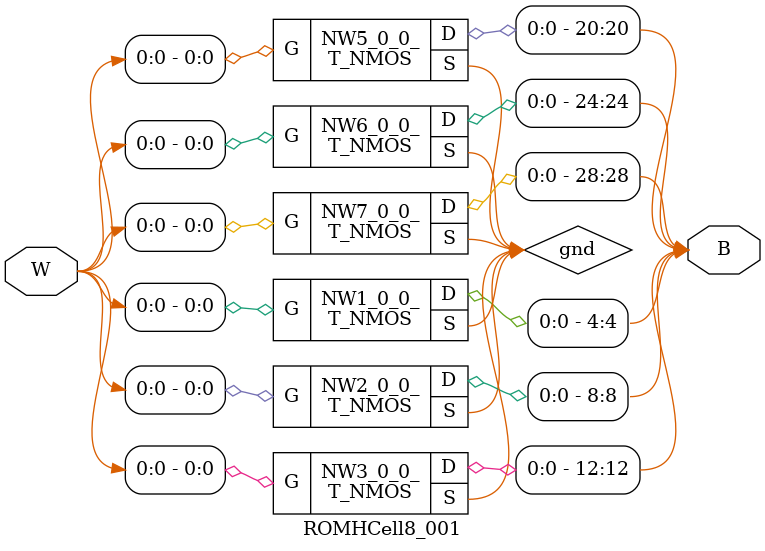
<source format=v>

module T_NMOS (D,S,G);
input G;
inout D,S;
endmodule
module ROMHCell8_000 (W, B);
output  [31:0] B;
input [63:0]  W;

T_NMOS NW0_0_0_( B[0], gnd, W[0]);
T_NMOS NW0_1_0_( B[1], gnd, W[0]);
T_NMOS NW0_2_0_( B[2], gnd, W[0]);
T_NMOS NW0_1_1_( B[1], gnd, W[1]);
T_NMOS NW0_0_2_( B[0], gnd, W[2]);
T_NMOS NW0_2_2_( B[2], gnd, W[2]);
T_NMOS NW0_3_2_( B[3], gnd, W[2]);
T_NMOS NW0_0_3_( B[0], gnd, W[3]);
T_NMOS NW0_1_4_( B[1], gnd, W[4]);
T_NMOS NW0_2_4_( B[2], gnd, W[4]);
T_NMOS NW0_0_5_( B[0], gnd, W[5]);
T_NMOS NW0_2_5_( B[2], gnd, W[5]);
T_NMOS NW0_0_6_( B[0], gnd, W[6]);
T_NMOS NW0_0_7_( B[0], gnd, W[7]);
T_NMOS NW0_2_7_( B[2], gnd, W[7]);
T_NMOS NW0_0_9_( B[0], gnd, W[9]);
T_NMOS NW0_1_9_( B[1], gnd, W[9]);
T_NMOS NW0_2_9_( B[2], gnd, W[9]);
T_NMOS NW0_3_9_( B[3], gnd, W[9]);
T_NMOS NW0_0_10_( B[0], gnd, W[10]);
T_NMOS NW0_0_11_( B[0], gnd, W[11]);
T_NMOS NW0_1_11_( B[1], gnd, W[11]);
T_NMOS NW0_2_11_( B[2], gnd, W[11]);
T_NMOS NW0_3_11_( B[3], gnd, W[11]);
T_NMOS NW0_1_12_( B[1], gnd, W[12]);
T_NMOS NW0_3_12_( B[3], gnd, W[12]);
T_NMOS NW0_0_13_( B[0], gnd, W[13]);
T_NMOS NW0_1_13_( B[1], gnd, W[13]);
T_NMOS NW0_2_13_( B[2], gnd, W[13]);
T_NMOS NW0_3_13_( B[3], gnd, W[13]);
T_NMOS NW0_0_14_( B[0], gnd, W[14]);
T_NMOS NW0_1_14_( B[1], gnd, W[14]);
T_NMOS NW0_2_14_( B[2], gnd, W[14]);
T_NMOS NW0_3_14_( B[3], gnd, W[14]);
T_NMOS NW0_2_15_( B[2], gnd, W[15]);
T_NMOS NW0_1_16_( B[1], gnd, W[16]);
T_NMOS NW0_1_17_( B[1], gnd, W[17]);
T_NMOS NW0_2_17_( B[2], gnd, W[17]);
T_NMOS NW0_0_18_( B[0], gnd, W[18]);
T_NMOS NW0_2_18_( B[2], gnd, W[18]);
T_NMOS NW0_3_18_( B[3], gnd, W[18]);
T_NMOS NW0_0_19_( B[0], gnd, W[19]);
T_NMOS NW0_1_19_( B[1], gnd, W[19]);
T_NMOS NW0_0_21_( B[0], gnd, W[21]);
T_NMOS NW0_3_21_( B[3], gnd, W[21]);
T_NMOS NW0_0_22_( B[0], gnd, W[22]);
T_NMOS NW0_1_22_( B[1], gnd, W[22]);
T_NMOS NW0_1_23_( B[1], gnd, W[23]);
T_NMOS NW0_0_24_( B[0], gnd, W[24]);
T_NMOS NW0_3_24_( B[3], gnd, W[24]);
T_NMOS NW0_1_25_( B[1], gnd, W[25]);
T_NMOS NW0_3_25_( B[3], gnd, W[25]);
T_NMOS NW0_3_26_( B[3], gnd, W[26]);
T_NMOS NW0_0_27_( B[0], gnd, W[27]);
T_NMOS NW0_1_27_( B[1], gnd, W[27]);
T_NMOS NW0_3_27_( B[3], gnd, W[27]);
T_NMOS NW0_3_29_( B[3], gnd, W[29]);
T_NMOS NW0_2_30_( B[2], gnd, W[30]);
T_NMOS NW0_3_30_( B[3], gnd, W[30]);
T_NMOS NW0_1_31_( B[1], gnd, W[31]);
T_NMOS NW0_2_31_( B[2], gnd, W[31]);
T_NMOS NW0_0_32_( B[0], gnd, W[32]);
T_NMOS NW0_3_32_( B[3], gnd, W[32]);
T_NMOS NW0_0_33_( B[0], gnd, W[33]);
T_NMOS NW0_1_33_( B[1], gnd, W[33]);
T_NMOS NW0_0_34_( B[0], gnd, W[34]);
T_NMOS NW0_1_35_( B[1], gnd, W[35]);
T_NMOS NW0_3_35_( B[3], gnd, W[35]);
T_NMOS NW0_1_36_( B[1], gnd, W[36]);
T_NMOS NW0_2_36_( B[2], gnd, W[36]);
T_NMOS NW0_3_36_( B[3], gnd, W[36]);
T_NMOS NW0_0_37_( B[0], gnd, W[37]);
T_NMOS NW0_1_37_( B[1], gnd, W[37]);
T_NMOS NW0_3_37_( B[3], gnd, W[37]);
T_NMOS NW0_0_38_( B[0], gnd, W[38]);
T_NMOS NW0_1_38_( B[1], gnd, W[38]);
T_NMOS NW0_1_39_( B[1], gnd, W[39]);
T_NMOS NW0_1_40_( B[1], gnd, W[40]);
T_NMOS NW0_3_40_( B[3], gnd, W[40]);
T_NMOS NW0_0_41_( B[0], gnd, W[41]);
T_NMOS NW0_1_41_( B[1], gnd, W[41]);
T_NMOS NW0_2_41_( B[2], gnd, W[41]);
T_NMOS NW0_0_42_( B[0], gnd, W[42]);
T_NMOS NW0_3_42_( B[3], gnd, W[42]);
T_NMOS NW0_0_43_( B[0], gnd, W[43]);
T_NMOS NW0_1_43_( B[1], gnd, W[43]);
T_NMOS NW0_3_43_( B[3], gnd, W[43]);
T_NMOS NW0_0_44_( B[0], gnd, W[44]);
T_NMOS NW0_2_44_( B[2], gnd, W[44]);
T_NMOS NW0_2_45_( B[2], gnd, W[45]);
T_NMOS NW0_3_45_( B[3], gnd, W[45]);
T_NMOS NW0_0_46_( B[0], gnd, W[46]);
T_NMOS NW0_1_46_( B[1], gnd, W[46]);
T_NMOS NW0_0_47_( B[0], gnd, W[47]);
T_NMOS NW0_2_47_( B[2], gnd, W[47]);
T_NMOS NW0_3_47_( B[3], gnd, W[47]);
T_NMOS NW0_1_48_( B[1], gnd, W[48]);
T_NMOS NW0_2_48_( B[2], gnd, W[48]);
T_NMOS NW0_0_49_( B[0], gnd, W[49]);
T_NMOS NW0_1_49_( B[1], gnd, W[49]);
T_NMOS NW0_3_49_( B[3], gnd, W[49]);
T_NMOS NW0_0_50_( B[0], gnd, W[50]);
T_NMOS NW0_2_50_( B[2], gnd, W[50]);
T_NMOS NW0_3_50_( B[3], gnd, W[50]);
T_NMOS NW0_0_51_( B[0], gnd, W[51]);
T_NMOS NW0_1_51_( B[1], gnd, W[51]);
T_NMOS NW0_2_51_( B[2], gnd, W[51]);
T_NMOS NW0_3_51_( B[3], gnd, W[51]);
T_NMOS NW0_2_52_( B[2], gnd, W[52]);
T_NMOS NW0_3_52_( B[3], gnd, W[52]);
T_NMOS NW0_1_53_( B[1], gnd, W[53]);
T_NMOS NW0_2_53_( B[2], gnd, W[53]);
T_NMOS NW0_0_54_( B[0], gnd, W[54]);
T_NMOS NW0_1_55_( B[1], gnd, W[55]);
T_NMOS NW0_2_55_( B[2], gnd, W[55]);
T_NMOS NW0_0_56_( B[0], gnd, W[56]);
T_NMOS NW0_3_56_( B[3], gnd, W[56]);
T_NMOS NW0_3_57_( B[3], gnd, W[57]);
T_NMOS NW0_3_58_( B[3], gnd, W[58]);
T_NMOS NW0_1_59_( B[1], gnd, W[59]);
T_NMOS NW0_3_59_( B[3], gnd, W[59]);
T_NMOS NW0_0_60_( B[0], gnd, W[60]);
T_NMOS NW0_2_60_( B[2], gnd, W[60]);
T_NMOS NW0_0_61_( B[0], gnd, W[61]);
T_NMOS NW0_1_61_( B[1], gnd, W[61]);
T_NMOS NW0_1_62_( B[1], gnd, W[62]);
T_NMOS NW0_3_62_( B[3], gnd, W[62]);
T_NMOS NW0_0_63_( B[0], gnd, W[63]);
T_NMOS NW1_0_0_( B[4], gnd, W[0]);
T_NMOS NW1_3_0_( B[7], gnd, W[0]);
T_NMOS NW1_1_1_( B[5], gnd, W[1]);
T_NMOS NW1_0_2_( B[4], gnd, W[2]);
T_NMOS NW1_2_2_( B[6], gnd, W[2]);
T_NMOS NW1_0_3_( B[4], gnd, W[3]);
T_NMOS NW1_1_3_( B[5], gnd, W[3]);
T_NMOS NW1_3_3_( B[7], gnd, W[3]);
T_NMOS NW1_0_4_( B[4], gnd, W[4]);
T_NMOS NW1_1_4_( B[5], gnd, W[4]);
T_NMOS NW1_2_4_( B[6], gnd, W[4]);
T_NMOS NW1_0_5_( B[4], gnd, W[5]);
T_NMOS NW1_1_5_( B[5], gnd, W[5]);
T_NMOS NW1_2_5_( B[6], gnd, W[5]);
T_NMOS NW1_3_5_( B[7], gnd, W[5]);
T_NMOS NW1_0_6_( B[4], gnd, W[6]);
T_NMOS NW1_1_6_( B[5], gnd, W[6]);
T_NMOS NW1_2_7_( B[6], gnd, W[7]);
T_NMOS NW1_3_7_( B[7], gnd, W[7]);
T_NMOS NW1_1_8_( B[5], gnd, W[8]);
T_NMOS NW1_1_9_( B[5], gnd, W[9]);
T_NMOS NW1_2_9_( B[6], gnd, W[9]);
T_NMOS NW1_0_10_( B[4], gnd, W[10]);
T_NMOS NW1_1_10_( B[5], gnd, W[10]);
T_NMOS NW1_2_10_( B[6], gnd, W[10]);
T_NMOS NW1_0_11_( B[4], gnd, W[11]);
T_NMOS NW1_1_11_( B[5], gnd, W[11]);
T_NMOS NW1_3_11_( B[7], gnd, W[11]);
T_NMOS NW1_0_12_( B[4], gnd, W[12]);
T_NMOS NW1_3_12_( B[7], gnd, W[12]);
T_NMOS NW1_0_13_( B[4], gnd, W[13]);
T_NMOS NW1_1_13_( B[5], gnd, W[13]);
T_NMOS NW1_0_14_( B[4], gnd, W[14]);
T_NMOS NW1_1_14_( B[5], gnd, W[14]);
T_NMOS NW1_3_14_( B[7], gnd, W[14]);
T_NMOS NW1_0_15_( B[4], gnd, W[15]);
T_NMOS NW1_2_15_( B[6], gnd, W[15]);
T_NMOS NW1_3_15_( B[7], gnd, W[15]);
T_NMOS NW1_0_16_( B[4], gnd, W[16]);
T_NMOS NW1_1_16_( B[5], gnd, W[16]);
T_NMOS NW1_0_17_( B[4], gnd, W[17]);
T_NMOS NW1_3_17_( B[7], gnd, W[17]);
T_NMOS NW1_2_18_( B[6], gnd, W[18]);
T_NMOS NW1_3_19_( B[7], gnd, W[19]);
T_NMOS NW1_0_20_( B[4], gnd, W[20]);
T_NMOS NW1_2_20_( B[6], gnd, W[20]);
T_NMOS NW1_2_21_( B[6], gnd, W[21]);
T_NMOS NW1_3_21_( B[7], gnd, W[21]);
T_NMOS NW1_0_22_( B[4], gnd, W[22]);
T_NMOS NW1_3_22_( B[7], gnd, W[22]);
T_NMOS NW1_1_23_( B[5], gnd, W[23]);
T_NMOS NW1_3_23_( B[7], gnd, W[23]);
T_NMOS NW1_1_24_( B[5], gnd, W[24]);
T_NMOS NW1_2_24_( B[6], gnd, W[24]);
T_NMOS NW1_1_25_( B[5], gnd, W[25]);
T_NMOS NW1_2_25_( B[6], gnd, W[25]);
T_NMOS NW1_0_26_( B[4], gnd, W[26]);
T_NMOS NW1_1_26_( B[5], gnd, W[26]);
T_NMOS NW1_3_26_( B[7], gnd, W[26]);
T_NMOS NW1_0_27_( B[4], gnd, W[27]);
T_NMOS NW1_1_28_( B[5], gnd, W[28]);
T_NMOS NW1_2_28_( B[6], gnd, W[28]);
T_NMOS NW1_3_28_( B[7], gnd, W[28]);
T_NMOS NW1_2_29_( B[6], gnd, W[29]);
T_NMOS NW1_0_30_( B[4], gnd, W[30]);
T_NMOS NW1_2_30_( B[6], gnd, W[30]);
T_NMOS NW1_1_31_( B[5], gnd, W[31]);
T_NMOS NW1_2_31_( B[6], gnd, W[31]);
T_NMOS NW1_3_31_( B[7], gnd, W[31]);
T_NMOS NW1_0_32_( B[4], gnd, W[32]);
T_NMOS NW1_1_33_( B[5], gnd, W[33]);
T_NMOS NW1_2_33_( B[6], gnd, W[33]);
T_NMOS NW1_0_34_( B[4], gnd, W[34]);
T_NMOS NW1_1_34_( B[5], gnd, W[34]);
T_NMOS NW1_2_34_( B[6], gnd, W[34]);
T_NMOS NW1_0_35_( B[4], gnd, W[35]);
T_NMOS NW1_1_35_( B[5], gnd, W[35]);
T_NMOS NW1_2_35_( B[6], gnd, W[35]);
T_NMOS NW1_0_36_( B[4], gnd, W[36]);
T_NMOS NW1_1_36_( B[5], gnd, W[36]);
T_NMOS NW1_0_37_( B[4], gnd, W[37]);
T_NMOS NW1_2_37_( B[6], gnd, W[37]);
T_NMOS NW1_0_38_( B[4], gnd, W[38]);
T_NMOS NW1_1_38_( B[5], gnd, W[38]);
T_NMOS NW1_3_38_( B[7], gnd, W[38]);
T_NMOS NW1_2_40_( B[6], gnd, W[40]);
T_NMOS NW1_3_40_( B[7], gnd, W[40]);
T_NMOS NW1_2_41_( B[6], gnd, W[41]);
T_NMOS NW1_3_41_( B[7], gnd, W[41]);
T_NMOS NW1_1_42_( B[5], gnd, W[42]);
T_NMOS NW1_3_42_( B[7], gnd, W[42]);
T_NMOS NW1_1_43_( B[5], gnd, W[43]);
T_NMOS NW1_2_43_( B[6], gnd, W[43]);
T_NMOS NW1_3_44_( B[7], gnd, W[44]);
T_NMOS NW1_1_46_( B[5], gnd, W[46]);
T_NMOS NW1_3_47_( B[7], gnd, W[47]);
T_NMOS NW1_2_48_( B[6], gnd, W[48]);
T_NMOS NW1_0_49_( B[4], gnd, W[49]);
T_NMOS NW1_1_49_( B[5], gnd, W[49]);
T_NMOS NW1_0_50_( B[4], gnd, W[50]);
T_NMOS NW1_2_50_( B[6], gnd, W[50]);
T_NMOS NW1_0_51_( B[4], gnd, W[51]);
T_NMOS NW1_1_51_( B[5], gnd, W[51]);
T_NMOS NW1_1_52_( B[5], gnd, W[52]);
T_NMOS NW1_3_52_( B[7], gnd, W[52]);
T_NMOS NW1_0_53_( B[4], gnd, W[53]);
T_NMOS NW1_3_53_( B[7], gnd, W[53]);
T_NMOS NW1_2_54_( B[6], gnd, W[54]);
T_NMOS NW1_3_54_( B[7], gnd, W[54]);
T_NMOS NW1_0_55_( B[4], gnd, W[55]);
T_NMOS NW1_0_56_( B[4], gnd, W[56]);
T_NMOS NW1_0_57_( B[4], gnd, W[57]);
T_NMOS NW1_1_57_( B[5], gnd, W[57]);
T_NMOS NW1_2_57_( B[6], gnd, W[57]);
T_NMOS NW1_1_58_( B[5], gnd, W[58]);
T_NMOS NW1_0_59_( B[4], gnd, W[59]);
T_NMOS NW1_2_59_( B[6], gnd, W[59]);
T_NMOS NW1_3_59_( B[7], gnd, W[59]);
T_NMOS NW1_0_60_( B[4], gnd, W[60]);
T_NMOS NW1_0_61_( B[4], gnd, W[61]);
T_NMOS NW1_1_61_( B[5], gnd, W[61]);
T_NMOS NW1_2_61_( B[6], gnd, W[61]);
T_NMOS NW1_0_62_( B[4], gnd, W[62]);
T_NMOS NW1_1_62_( B[5], gnd, W[62]);
T_NMOS NW1_2_62_( B[6], gnd, W[62]);
T_NMOS NW1_3_62_( B[7], gnd, W[62]);
T_NMOS NW1_1_63_( B[5], gnd, W[63]);
T_NMOS NW1_3_63_( B[7], gnd, W[63]);
T_NMOS NW2_2_0_( B[10], gnd, W[0]);
T_NMOS NW2_0_1_( B[8], gnd, W[1]);
T_NMOS NW2_2_1_( B[10], gnd, W[1]);
T_NMOS NW2_0_2_( B[8], gnd, W[2]);
T_NMOS NW2_1_2_( B[9], gnd, W[2]);
T_NMOS NW2_3_2_( B[11], gnd, W[2]);
T_NMOS NW2_2_3_( B[10], gnd, W[3]);
T_NMOS NW2_3_3_( B[11], gnd, W[3]);
T_NMOS NW2_2_4_( B[10], gnd, W[4]);
T_NMOS NW2_3_4_( B[11], gnd, W[4]);
T_NMOS NW2_1_5_( B[9], gnd, W[5]);
T_NMOS NW2_2_5_( B[10], gnd, W[5]);
T_NMOS NW2_3_5_( B[11], gnd, W[5]);
T_NMOS NW2_0_6_( B[8], gnd, W[6]);
T_NMOS NW2_2_6_( B[10], gnd, W[6]);
T_NMOS NW2_3_6_( B[11], gnd, W[6]);
T_NMOS NW2_0_7_( B[8], gnd, W[7]);
T_NMOS NW2_2_7_( B[10], gnd, W[7]);
T_NMOS NW2_3_7_( B[11], gnd, W[7]);
T_NMOS NW2_2_8_( B[10], gnd, W[8]);
T_NMOS NW2_2_9_( B[10], gnd, W[9]);
T_NMOS NW2_3_9_( B[11], gnd, W[9]);
T_NMOS NW2_0_10_( B[8], gnd, W[10]);
T_NMOS NW2_1_10_( B[9], gnd, W[10]);
T_NMOS NW2_2_10_( B[10], gnd, W[10]);
T_NMOS NW2_3_10_( B[11], gnd, W[10]);
T_NMOS NW2_2_11_( B[10], gnd, W[11]);
T_NMOS NW2_3_11_( B[11], gnd, W[11]);
T_NMOS NW2_0_12_( B[8], gnd, W[12]);
T_NMOS NW2_2_12_( B[10], gnd, W[12]);
T_NMOS NW2_0_13_( B[8], gnd, W[13]);
T_NMOS NW2_2_13_( B[10], gnd, W[13]);
T_NMOS NW2_3_13_( B[11], gnd, W[13]);
T_NMOS NW2_1_14_( B[9], gnd, W[14]);
T_NMOS NW2_0_15_( B[8], gnd, W[15]);
T_NMOS NW2_1_15_( B[9], gnd, W[15]);
T_NMOS NW2_3_17_( B[11], gnd, W[17]);
T_NMOS NW2_2_18_( B[10], gnd, W[18]);
T_NMOS NW2_3_18_( B[11], gnd, W[18]);
T_NMOS NW2_0_19_( B[8], gnd, W[19]);
T_NMOS NW2_1_19_( B[9], gnd, W[19]);
T_NMOS NW2_2_19_( B[10], gnd, W[19]);
T_NMOS NW2_3_19_( B[11], gnd, W[19]);
T_NMOS NW2_1_21_( B[9], gnd, W[21]);
T_NMOS NW2_0_22_( B[8], gnd, W[22]);
T_NMOS NW2_3_22_( B[11], gnd, W[22]);
T_NMOS NW2_3_23_( B[11], gnd, W[23]);
T_NMOS NW2_0_24_( B[8], gnd, W[24]);
T_NMOS NW2_2_24_( B[10], gnd, W[24]);
T_NMOS NW2_0_25_( B[8], gnd, W[25]);
T_NMOS NW2_2_25_( B[10], gnd, W[25]);
T_NMOS NW2_3_25_( B[11], gnd, W[25]);
T_NMOS NW2_1_26_( B[9], gnd, W[26]);
T_NMOS NW2_3_26_( B[11], gnd, W[26]);
T_NMOS NW2_0_27_( B[8], gnd, W[27]);
T_NMOS NW2_2_27_( B[10], gnd, W[27]);
T_NMOS NW2_0_28_( B[8], gnd, W[28]);
T_NMOS NW2_2_28_( B[10], gnd, W[28]);
T_NMOS NW2_3_28_( B[11], gnd, W[28]);
T_NMOS NW2_0_29_( B[8], gnd, W[29]);
T_NMOS NW2_1_29_( B[9], gnd, W[29]);
T_NMOS NW2_2_29_( B[10], gnd, W[29]);
T_NMOS NW2_3_30_( B[11], gnd, W[30]);
T_NMOS NW2_1_31_( B[9], gnd, W[31]);
T_NMOS NW2_3_31_( B[11], gnd, W[31]);
T_NMOS NW2_0_32_( B[8], gnd, W[32]);
T_NMOS NW2_0_33_( B[8], gnd, W[33]);
T_NMOS NW2_1_33_( B[9], gnd, W[33]);
T_NMOS NW2_0_35_( B[8], gnd, W[35]);
T_NMOS NW2_0_36_( B[8], gnd, W[36]);
T_NMOS NW2_0_37_( B[8], gnd, W[37]);
T_NMOS NW2_1_37_( B[9], gnd, W[37]);
T_NMOS NW2_2_37_( B[10], gnd, W[37]);
T_NMOS NW2_0_38_( B[8], gnd, W[38]);
T_NMOS NW2_2_38_( B[10], gnd, W[38]);
T_NMOS NW2_3_38_( B[11], gnd, W[38]);
T_NMOS NW2_0_39_( B[8], gnd, W[39]);
T_NMOS NW2_1_39_( B[9], gnd, W[39]);
T_NMOS NW2_2_39_( B[10], gnd, W[39]);
T_NMOS NW2_3_39_( B[11], gnd, W[39]);
T_NMOS NW2_0_40_( B[8], gnd, W[40]);
T_NMOS NW2_1_40_( B[9], gnd, W[40]);
T_NMOS NW2_0_41_( B[8], gnd, W[41]);
T_NMOS NW2_3_41_( B[11], gnd, W[41]);
T_NMOS NW2_0_42_( B[8], gnd, W[42]);
T_NMOS NW2_2_42_( B[10], gnd, W[42]);
T_NMOS NW2_3_42_( B[11], gnd, W[42]);
T_NMOS NW2_1_43_( B[9], gnd, W[43]);
T_NMOS NW2_3_44_( B[11], gnd, W[44]);
T_NMOS NW2_1_45_( B[9], gnd, W[45]);
T_NMOS NW2_2_45_( B[10], gnd, W[45]);
T_NMOS NW2_3_45_( B[11], gnd, W[45]);
T_NMOS NW2_1_46_( B[9], gnd, W[46]);
T_NMOS NW2_2_46_( B[10], gnd, W[46]);
T_NMOS NW2_0_47_( B[8], gnd, W[47]);
T_NMOS NW2_3_47_( B[11], gnd, W[47]);
T_NMOS NW2_0_48_( B[8], gnd, W[48]);
T_NMOS NW2_2_48_( B[10], gnd, W[48]);
T_NMOS NW2_3_48_( B[11], gnd, W[48]);
T_NMOS NW2_0_49_( B[8], gnd, W[49]);
T_NMOS NW2_2_50_( B[10], gnd, W[50]);
T_NMOS NW2_1_51_( B[9], gnd, W[51]);
T_NMOS NW2_2_51_( B[10], gnd, W[51]);
T_NMOS NW2_3_51_( B[11], gnd, W[51]);
T_NMOS NW2_2_52_( B[10], gnd, W[52]);
T_NMOS NW2_3_52_( B[11], gnd, W[52]);
T_NMOS NW2_0_53_( B[8], gnd, W[53]);
T_NMOS NW2_1_53_( B[9], gnd, W[53]);
T_NMOS NW2_2_53_( B[10], gnd, W[53]);
T_NMOS NW2_3_53_( B[11], gnd, W[53]);
T_NMOS NW2_0_54_( B[8], gnd, W[54]);
T_NMOS NW2_2_54_( B[10], gnd, W[54]);
T_NMOS NW2_1_55_( B[9], gnd, W[55]);
T_NMOS NW2_0_56_( B[8], gnd, W[56]);
T_NMOS NW2_1_56_( B[9], gnd, W[56]);
T_NMOS NW2_2_56_( B[10], gnd, W[56]);
T_NMOS NW2_1_57_( B[9], gnd, W[57]);
T_NMOS NW2_2_57_( B[10], gnd, W[57]);
T_NMOS NW2_2_58_( B[10], gnd, W[58]);
T_NMOS NW2_3_58_( B[11], gnd, W[58]);
T_NMOS NW2_3_59_( B[11], gnd, W[59]);
T_NMOS NW2_2_60_( B[10], gnd, W[60]);
T_NMOS NW2_0_61_( B[8], gnd, W[61]);
T_NMOS NW2_1_61_( B[9], gnd, W[61]);
T_NMOS NW2_3_61_( B[11], gnd, W[61]);
T_NMOS NW2_2_62_( B[10], gnd, W[62]);
T_NMOS NW2_0_63_( B[8], gnd, W[63]);
T_NMOS NW2_3_63_( B[11], gnd, W[63]);
T_NMOS NW3_1_0_( B[13], gnd, W[0]);
T_NMOS NW3_2_0_( B[14], gnd, W[0]);
T_NMOS NW3_3_0_( B[15], gnd, W[0]);
T_NMOS NW3_0_1_( B[12], gnd, W[1]);
T_NMOS NW3_2_1_( B[14], gnd, W[1]);
T_NMOS NW3_3_1_( B[15], gnd, W[1]);
T_NMOS NW3_1_2_( B[13], gnd, W[2]);
T_NMOS NW3_0_3_( B[12], gnd, W[3]);
T_NMOS NW3_1_3_( B[13], gnd, W[3]);
T_NMOS NW3_2_3_( B[14], gnd, W[3]);
T_NMOS NW3_3_3_( B[15], gnd, W[3]);
T_NMOS NW3_1_4_( B[13], gnd, W[4]);
T_NMOS NW3_2_4_( B[14], gnd, W[4]);
T_NMOS NW3_3_4_( B[15], gnd, W[4]);
T_NMOS NW3_0_5_( B[12], gnd, W[5]);
T_NMOS NW3_1_5_( B[13], gnd, W[5]);
T_NMOS NW3_0_6_( B[12], gnd, W[6]);
T_NMOS NW3_1_6_( B[13], gnd, W[6]);
T_NMOS NW3_3_8_( B[15], gnd, W[8]);
T_NMOS NW3_1_9_( B[13], gnd, W[9]);
T_NMOS NW3_3_9_( B[15], gnd, W[9]);
T_NMOS NW3_2_10_( B[14], gnd, W[10]);
T_NMOS NW3_0_11_( B[12], gnd, W[11]);
T_NMOS NW3_2_11_( B[14], gnd, W[11]);
T_NMOS NW3_3_11_( B[15], gnd, W[11]);
T_NMOS NW3_0_12_( B[12], gnd, W[12]);
T_NMOS NW3_1_12_( B[13], gnd, W[12]);
T_NMOS NW3_3_12_( B[15], gnd, W[12]);
T_NMOS NW3_2_13_( B[14], gnd, W[13]);
T_NMOS NW3_3_13_( B[15], gnd, W[13]);
T_NMOS NW3_0_14_( B[12], gnd, W[14]);
T_NMOS NW3_1_14_( B[13], gnd, W[14]);
T_NMOS NW3_2_14_( B[14], gnd, W[14]);
T_NMOS NW3_3_14_( B[15], gnd, W[14]);
T_NMOS NW3_3_15_( B[15], gnd, W[15]);
T_NMOS NW3_0_16_( B[12], gnd, W[16]);
T_NMOS NW3_3_17_( B[15], gnd, W[17]);
T_NMOS NW3_0_18_( B[12], gnd, W[18]);
T_NMOS NW3_2_18_( B[14], gnd, W[18]);
T_NMOS NW3_0_19_( B[12], gnd, W[19]);
T_NMOS NW3_1_19_( B[13], gnd, W[19]);
T_NMOS NW3_2_19_( B[14], gnd, W[19]);
T_NMOS NW3_0_20_( B[12], gnd, W[20]);
T_NMOS NW3_3_20_( B[15], gnd, W[20]);
T_NMOS NW3_0_21_( B[12], gnd, W[21]);
T_NMOS NW3_1_21_( B[13], gnd, W[21]);
T_NMOS NW3_2_21_( B[14], gnd, W[21]);
T_NMOS NW3_1_23_( B[13], gnd, W[23]);
T_NMOS NW3_2_23_( B[14], gnd, W[23]);
T_NMOS NW3_3_23_( B[15], gnd, W[23]);
T_NMOS NW3_0_24_( B[12], gnd, W[24]);
T_NMOS NW3_1_24_( B[13], gnd, W[24]);
T_NMOS NW3_1_25_( B[13], gnd, W[25]);
T_NMOS NW3_2_25_( B[14], gnd, W[25]);
T_NMOS NW3_1_26_( B[13], gnd, W[26]);
T_NMOS NW3_2_26_( B[14], gnd, W[26]);
T_NMOS NW3_0_27_( B[12], gnd, W[27]);
T_NMOS NW3_1_27_( B[13], gnd, W[27]);
T_NMOS NW3_3_27_( B[15], gnd, W[27]);
T_NMOS NW3_0_28_( B[12], gnd, W[28]);
T_NMOS NW3_1_28_( B[13], gnd, W[28]);
T_NMOS NW3_2_28_( B[14], gnd, W[28]);
T_NMOS NW3_1_29_( B[13], gnd, W[29]);
T_NMOS NW3_2_29_( B[14], gnd, W[29]);
T_NMOS NW3_1_30_( B[13], gnd, W[30]);
T_NMOS NW3_2_30_( B[14], gnd, W[30]);
T_NMOS NW3_3_30_( B[15], gnd, W[30]);
T_NMOS NW3_1_31_( B[13], gnd, W[31]);
T_NMOS NW3_2_31_( B[14], gnd, W[31]);
T_NMOS NW3_3_31_( B[15], gnd, W[31]);
T_NMOS NW3_0_33_( B[12], gnd, W[33]);
T_NMOS NW3_1_33_( B[13], gnd, W[33]);
T_NMOS NW3_3_33_( B[15], gnd, W[33]);
T_NMOS NW3_1_34_( B[13], gnd, W[34]);
T_NMOS NW3_2_34_( B[14], gnd, W[34]);
T_NMOS NW3_3_34_( B[15], gnd, W[34]);
T_NMOS NW3_1_35_( B[13], gnd, W[35]);
T_NMOS NW3_2_35_( B[14], gnd, W[35]);
T_NMOS NW3_2_36_( B[14], gnd, W[36]);
T_NMOS NW3_3_36_( B[15], gnd, W[36]);
T_NMOS NW3_0_37_( B[12], gnd, W[37]);
T_NMOS NW3_1_37_( B[13], gnd, W[37]);
T_NMOS NW3_3_37_( B[15], gnd, W[37]);
T_NMOS NW3_3_38_( B[15], gnd, W[38]);
T_NMOS NW3_0_39_( B[12], gnd, W[39]);
T_NMOS NW3_2_39_( B[14], gnd, W[39]);
T_NMOS NW3_3_40_( B[15], gnd, W[40]);
T_NMOS NW3_1_41_( B[13], gnd, W[41]);
T_NMOS NW3_3_41_( B[15], gnd, W[41]);
T_NMOS NW3_2_42_( B[14], gnd, W[42]);
T_NMOS NW3_1_43_( B[13], gnd, W[43]);
T_NMOS NW3_3_43_( B[15], gnd, W[43]);
T_NMOS NW3_3_44_( B[15], gnd, W[44]);
T_NMOS NW3_0_45_( B[12], gnd, W[45]);
T_NMOS NW3_1_45_( B[13], gnd, W[45]);
T_NMOS NW3_1_46_( B[13], gnd, W[46]);
T_NMOS NW3_3_46_( B[15], gnd, W[46]);
T_NMOS NW3_1_47_( B[13], gnd, W[47]);
T_NMOS NW3_2_47_( B[14], gnd, W[47]);
T_NMOS NW3_3_47_( B[15], gnd, W[47]);
T_NMOS NW3_3_48_( B[15], gnd, W[48]);
T_NMOS NW3_2_49_( B[14], gnd, W[49]);
T_NMOS NW3_3_50_( B[15], gnd, W[50]);
T_NMOS NW3_1_51_( B[13], gnd, W[51]);
T_NMOS NW3_2_51_( B[14], gnd, W[51]);
T_NMOS NW3_3_51_( B[15], gnd, W[51]);
T_NMOS NW3_0_52_( B[12], gnd, W[52]);
T_NMOS NW3_2_52_( B[14], gnd, W[52]);
T_NMOS NW3_3_52_( B[15], gnd, W[52]);
T_NMOS NW3_1_53_( B[13], gnd, W[53]);
T_NMOS NW3_1_54_( B[13], gnd, W[54]);
T_NMOS NW3_2_54_( B[14], gnd, W[54]);
T_NMOS NW3_0_55_( B[12], gnd, W[55]);
T_NMOS NW3_2_55_( B[14], gnd, W[55]);
T_NMOS NW3_3_55_( B[15], gnd, W[55]);
T_NMOS NW3_1_56_( B[13], gnd, W[56]);
T_NMOS NW3_2_56_( B[14], gnd, W[56]);
T_NMOS NW3_3_57_( B[15], gnd, W[57]);
T_NMOS NW3_1_58_( B[13], gnd, W[58]);
T_NMOS NW3_3_58_( B[15], gnd, W[58]);
T_NMOS NW3_2_59_( B[14], gnd, W[59]);
T_NMOS NW3_3_59_( B[15], gnd, W[59]);
T_NMOS NW3_0_60_( B[12], gnd, W[60]);
T_NMOS NW3_1_61_( B[13], gnd, W[61]);
T_NMOS NW3_2_61_( B[14], gnd, W[61]);
T_NMOS NW3_2_62_( B[14], gnd, W[62]);
T_NMOS NW3_3_62_( B[15], gnd, W[62]);
T_NMOS NW3_2_63_( B[14], gnd, W[63]);
T_NMOS NW4_3_0_( B[19], gnd, W[0]);
T_NMOS NW4_0_1_( B[16], gnd, W[1]);
T_NMOS NW4_3_1_( B[19], gnd, W[1]);
T_NMOS NW4_0_2_( B[16], gnd, W[2]);
T_NMOS NW4_2_2_( B[18], gnd, W[2]);
T_NMOS NW4_0_3_( B[16], gnd, W[3]);
T_NMOS NW4_1_3_( B[17], gnd, W[3]);
T_NMOS NW4_0_4_( B[16], gnd, W[4]);
T_NMOS NW4_1_4_( B[17], gnd, W[4]);
T_NMOS NW4_2_4_( B[18], gnd, W[4]);
T_NMOS NW4_3_4_( B[19], gnd, W[4]);
T_NMOS NW4_2_5_( B[18], gnd, W[5]);
T_NMOS NW4_1_6_( B[17], gnd, W[6]);
T_NMOS NW4_3_6_( B[19], gnd, W[6]);
T_NMOS NW4_2_7_( B[18], gnd, W[7]);
T_NMOS NW4_0_8_( B[16], gnd, W[8]);
T_NMOS NW4_1_8_( B[17], gnd, W[8]);
T_NMOS NW4_1_9_( B[17], gnd, W[9]);
T_NMOS NW4_3_9_( B[19], gnd, W[9]);
T_NMOS NW4_1_10_( B[17], gnd, W[10]);
T_NMOS NW4_2_10_( B[18], gnd, W[10]);
T_NMOS NW4_3_10_( B[19], gnd, W[10]);
T_NMOS NW4_1_11_( B[17], gnd, W[11]);
T_NMOS NW4_2_11_( B[18], gnd, W[11]);
T_NMOS NW4_3_11_( B[19], gnd, W[11]);
T_NMOS NW4_0_12_( B[16], gnd, W[12]);
T_NMOS NW4_0_13_( B[16], gnd, W[13]);
T_NMOS NW4_2_13_( B[18], gnd, W[13]);
T_NMOS NW4_3_13_( B[19], gnd, W[13]);
T_NMOS NW4_2_14_( B[18], gnd, W[14]);
T_NMOS NW4_0_15_( B[16], gnd, W[15]);
T_NMOS NW4_2_15_( B[18], gnd, W[15]);
T_NMOS NW4_1_16_( B[17], gnd, W[16]);
T_NMOS NW4_3_16_( B[19], gnd, W[16]);
T_NMOS NW4_1_17_( B[17], gnd, W[17]);
T_NMOS NW4_3_17_( B[19], gnd, W[17]);
T_NMOS NW4_3_18_( B[19], gnd, W[18]);
T_NMOS NW4_0_19_( B[16], gnd, W[19]);
T_NMOS NW4_2_19_( B[18], gnd, W[19]);
T_NMOS NW4_0_20_( B[16], gnd, W[20]);
T_NMOS NW4_0_21_( B[16], gnd, W[21]);
T_NMOS NW4_1_21_( B[17], gnd, W[21]);
T_NMOS NW4_1_22_( B[17], gnd, W[22]);
T_NMOS NW4_2_22_( B[18], gnd, W[22]);
T_NMOS NW4_3_22_( B[19], gnd, W[22]);
T_NMOS NW4_0_23_( B[16], gnd, W[23]);
T_NMOS NW4_1_23_( B[17], gnd, W[23]);
T_NMOS NW4_0_25_( B[16], gnd, W[25]);
T_NMOS NW4_3_25_( B[19], gnd, W[25]);
T_NMOS NW4_1_26_( B[17], gnd, W[26]);
T_NMOS NW4_2_26_( B[18], gnd, W[26]);
T_NMOS NW4_3_26_( B[19], gnd, W[26]);
T_NMOS NW4_1_27_( B[17], gnd, W[27]);
T_NMOS NW4_2_27_( B[18], gnd, W[27]);
T_NMOS NW4_3_27_( B[19], gnd, W[27]);
T_NMOS NW4_0_28_( B[16], gnd, W[28]);
T_NMOS NW4_2_28_( B[18], gnd, W[28]);
T_NMOS NW4_2_29_( B[18], gnd, W[29]);
T_NMOS NW4_0_30_( B[16], gnd, W[30]);
T_NMOS NW4_1_30_( B[17], gnd, W[30]);
T_NMOS NW4_3_30_( B[19], gnd, W[30]);
T_NMOS NW4_2_31_( B[18], gnd, W[31]);
T_NMOS NW4_3_31_( B[19], gnd, W[31]);
T_NMOS NW4_0_32_( B[16], gnd, W[32]);
T_NMOS NW4_1_32_( B[17], gnd, W[32]);
T_NMOS NW4_0_33_( B[16], gnd, W[33]);
T_NMOS NW4_2_33_( B[18], gnd, W[33]);
T_NMOS NW4_3_33_( B[19], gnd, W[33]);
T_NMOS NW4_0_34_( B[16], gnd, W[34]);
T_NMOS NW4_2_34_( B[18], gnd, W[34]);
T_NMOS NW4_3_34_( B[19], gnd, W[34]);
T_NMOS NW4_1_35_( B[17], gnd, W[35]);
T_NMOS NW4_3_35_( B[19], gnd, W[35]);
T_NMOS NW4_0_36_( B[16], gnd, W[36]);
T_NMOS NW4_0_37_( B[16], gnd, W[37]);
T_NMOS NW4_3_37_( B[19], gnd, W[37]);
T_NMOS NW4_0_38_( B[16], gnd, W[38]);
T_NMOS NW4_1_38_( B[17], gnd, W[38]);
T_NMOS NW4_2_39_( B[18], gnd, W[39]);
T_NMOS NW4_3_39_( B[19], gnd, W[39]);
T_NMOS NW4_0_40_( B[16], gnd, W[40]);
T_NMOS NW4_3_40_( B[19], gnd, W[40]);
T_NMOS NW4_1_41_( B[17], gnd, W[41]);
T_NMOS NW4_2_41_( B[18], gnd, W[41]);
T_NMOS NW4_3_41_( B[19], gnd, W[41]);
T_NMOS NW4_0_43_( B[16], gnd, W[43]);
T_NMOS NW4_1_43_( B[17], gnd, W[43]);
T_NMOS NW4_0_44_( B[16], gnd, W[44]);
T_NMOS NW4_1_44_( B[17], gnd, W[44]);
T_NMOS NW4_2_44_( B[18], gnd, W[44]);
T_NMOS NW4_0_45_( B[16], gnd, W[45]);
T_NMOS NW4_1_45_( B[17], gnd, W[45]);
T_NMOS NW4_2_45_( B[18], gnd, W[45]);
T_NMOS NW4_3_45_( B[19], gnd, W[45]);
T_NMOS NW4_0_46_( B[16], gnd, W[46]);
T_NMOS NW4_1_46_( B[17], gnd, W[46]);
T_NMOS NW4_0_47_( B[16], gnd, W[47]);
T_NMOS NW4_2_47_( B[18], gnd, W[47]);
T_NMOS NW4_3_47_( B[19], gnd, W[47]);
T_NMOS NW4_1_48_( B[17], gnd, W[48]);
T_NMOS NW4_2_50_( B[18], gnd, W[50]);
T_NMOS NW4_0_52_( B[16], gnd, W[52]);
T_NMOS NW4_1_52_( B[17], gnd, W[52]);
T_NMOS NW4_3_52_( B[19], gnd, W[52]);
T_NMOS NW4_0_53_( B[16], gnd, W[53]);
T_NMOS NW4_1_53_( B[17], gnd, W[53]);
T_NMOS NW4_2_53_( B[18], gnd, W[53]);
T_NMOS NW4_1_54_( B[17], gnd, W[54]);
T_NMOS NW4_0_55_( B[16], gnd, W[55]);
T_NMOS NW4_1_55_( B[17], gnd, W[55]);
T_NMOS NW4_1_56_( B[17], gnd, W[56]);
T_NMOS NW4_0_57_( B[16], gnd, W[57]);
T_NMOS NW4_1_57_( B[17], gnd, W[57]);
T_NMOS NW4_2_57_( B[18], gnd, W[57]);
T_NMOS NW4_3_57_( B[19], gnd, W[57]);
T_NMOS NW4_1_58_( B[17], gnd, W[58]);
T_NMOS NW4_2_58_( B[18], gnd, W[58]);
T_NMOS NW4_1_60_( B[17], gnd, W[60]);
T_NMOS NW4_3_60_( B[19], gnd, W[60]);
T_NMOS NW4_1_61_( B[17], gnd, W[61]);
T_NMOS NW4_2_61_( B[18], gnd, W[61]);
T_NMOS NW4_3_61_( B[19], gnd, W[61]);
T_NMOS NW4_0_62_( B[16], gnd, W[62]);
T_NMOS NW4_1_62_( B[17], gnd, W[62]);
T_NMOS NW4_3_62_( B[19], gnd, W[62]);
T_NMOS NW4_0_63_( B[16], gnd, W[63]);
T_NMOS NW4_1_63_( B[17], gnd, W[63]);
T_NMOS NW4_3_63_( B[19], gnd, W[63]);
T_NMOS NW5_0_0_( B[20], gnd, W[0]);
T_NMOS NW5_3_0_( B[23], gnd, W[0]);
T_NMOS NW5_0_1_( B[20], gnd, W[1]);
T_NMOS NW5_3_1_( B[23], gnd, W[1]);
T_NMOS NW5_0_2_( B[20], gnd, W[2]);
T_NMOS NW5_1_2_( B[21], gnd, W[2]);
T_NMOS NW5_3_2_( B[23], gnd, W[2]);
T_NMOS NW5_0_3_( B[20], gnd, W[3]);
T_NMOS NW5_2_3_( B[22], gnd, W[3]);
T_NMOS NW5_3_3_( B[23], gnd, W[3]);
T_NMOS NW5_0_4_( B[20], gnd, W[4]);
T_NMOS NW5_0_5_( B[20], gnd, W[5]);
T_NMOS NW5_1_5_( B[21], gnd, W[5]);
T_NMOS NW5_3_5_( B[23], gnd, W[5]);
T_NMOS NW5_0_6_( B[20], gnd, W[6]);
T_NMOS NW5_3_6_( B[23], gnd, W[6]);
T_NMOS NW5_1_7_( B[21], gnd, W[7]);
T_NMOS NW5_0_8_( B[20], gnd, W[8]);
T_NMOS NW5_3_8_( B[23], gnd, W[8]);
T_NMOS NW5_1_9_( B[21], gnd, W[9]);
T_NMOS NW5_2_9_( B[22], gnd, W[9]);
T_NMOS NW5_0_10_( B[20], gnd, W[10]);
T_NMOS NW5_2_10_( B[22], gnd, W[10]);
T_NMOS NW5_3_10_( B[23], gnd, W[10]);
T_NMOS NW5_0_11_( B[20], gnd, W[11]);
T_NMOS NW5_1_11_( B[21], gnd, W[11]);
T_NMOS NW5_2_11_( B[22], gnd, W[11]);
T_NMOS NW5_0_12_( B[20], gnd, W[12]);
T_NMOS NW5_1_12_( B[21], gnd, W[12]);
T_NMOS NW5_2_12_( B[22], gnd, W[12]);
T_NMOS NW5_1_13_( B[21], gnd, W[13]);
T_NMOS NW5_3_13_( B[23], gnd, W[13]);
T_NMOS NW5_0_14_( B[20], gnd, W[14]);
T_NMOS NW5_1_14_( B[21], gnd, W[14]);
T_NMOS NW5_0_15_( B[20], gnd, W[15]);
T_NMOS NW5_2_15_( B[22], gnd, W[15]);
T_NMOS NW5_2_16_( B[22], gnd, W[16]);
T_NMOS NW5_3_16_( B[23], gnd, W[16]);
T_NMOS NW5_3_17_( B[23], gnd, W[17]);
T_NMOS NW5_3_18_( B[23], gnd, W[18]);
T_NMOS NW5_0_19_( B[20], gnd, W[19]);
T_NMOS NW5_1_19_( B[21], gnd, W[19]);
T_NMOS NW5_3_19_( B[23], gnd, W[19]);
T_NMOS NW5_0_20_( B[20], gnd, W[20]);
T_NMOS NW5_1_20_( B[21], gnd, W[20]);
T_NMOS NW5_2_20_( B[22], gnd, W[20]);
T_NMOS NW5_1_21_( B[21], gnd, W[21]);
T_NMOS NW5_2_21_( B[22], gnd, W[21]);
T_NMOS NW5_1_22_( B[21], gnd, W[22]);
T_NMOS NW5_3_22_( B[23], gnd, W[22]);
T_NMOS NW5_0_23_( B[20], gnd, W[23]);
T_NMOS NW5_0_24_( B[20], gnd, W[24]);
T_NMOS NW5_1_24_( B[21], gnd, W[24]);
T_NMOS NW5_3_24_( B[23], gnd, W[24]);
T_NMOS NW5_2_25_( B[22], gnd, W[25]);
T_NMOS NW5_3_25_( B[23], gnd, W[25]);
T_NMOS NW5_0_26_( B[20], gnd, W[26]);
T_NMOS NW5_1_26_( B[21], gnd, W[26]);
T_NMOS NW5_2_26_( B[22], gnd, W[26]);
T_NMOS NW5_0_27_( B[20], gnd, W[27]);
T_NMOS NW5_1_27_( B[21], gnd, W[27]);
T_NMOS NW5_3_27_( B[23], gnd, W[27]);
T_NMOS NW5_0_29_( B[20], gnd, W[29]);
T_NMOS NW5_0_30_( B[20], gnd, W[30]);
T_NMOS NW5_0_32_( B[20], gnd, W[32]);
T_NMOS NW5_2_32_( B[22], gnd, W[32]);
T_NMOS NW5_3_32_( B[23], gnd, W[32]);
T_NMOS NW5_0_33_( B[20], gnd, W[33]);
T_NMOS NW5_1_33_( B[21], gnd, W[33]);
T_NMOS NW5_2_33_( B[22], gnd, W[33]);
T_NMOS NW5_3_33_( B[23], gnd, W[33]);
T_NMOS NW5_1_34_( B[21], gnd, W[34]);
T_NMOS NW5_2_34_( B[22], gnd, W[34]);
T_NMOS NW5_0_35_( B[20], gnd, W[35]);
T_NMOS NW5_1_35_( B[21], gnd, W[35]);
T_NMOS NW5_0_36_( B[20], gnd, W[36]);
T_NMOS NW5_3_36_( B[23], gnd, W[36]);
T_NMOS NW5_0_37_( B[20], gnd, W[37]);
T_NMOS NW5_0_38_( B[20], gnd, W[38]);
T_NMOS NW5_1_38_( B[21], gnd, W[38]);
T_NMOS NW5_2_38_( B[22], gnd, W[38]);
T_NMOS NW5_0_40_( B[20], gnd, W[40]);
T_NMOS NW5_0_41_( B[20], gnd, W[41]);
T_NMOS NW5_1_41_( B[21], gnd, W[41]);
T_NMOS NW5_0_42_( B[20], gnd, W[42]);
T_NMOS NW5_2_42_( B[22], gnd, W[42]);
T_NMOS NW5_0_43_( B[20], gnd, W[43]);
T_NMOS NW5_1_43_( B[21], gnd, W[43]);
T_NMOS NW5_2_43_( B[22], gnd, W[43]);
T_NMOS NW5_3_43_( B[23], gnd, W[43]);
T_NMOS NW5_0_44_( B[20], gnd, W[44]);
T_NMOS NW5_1_45_( B[21], gnd, W[45]);
T_NMOS NW5_0_46_( B[20], gnd, W[46]);
T_NMOS NW5_2_46_( B[22], gnd, W[46]);
T_NMOS NW5_3_46_( B[23], gnd, W[46]);
T_NMOS NW5_1_47_( B[21], gnd, W[47]);
T_NMOS NW5_2_47_( B[22], gnd, W[47]);
T_NMOS NW5_2_48_( B[22], gnd, W[48]);
T_NMOS NW5_1_49_( B[21], gnd, W[49]);
T_NMOS NW5_3_49_( B[23], gnd, W[49]);
T_NMOS NW5_0_50_( B[20], gnd, W[50]);
T_NMOS NW5_2_50_( B[22], gnd, W[50]);
T_NMOS NW5_2_51_( B[22], gnd, W[51]);
T_NMOS NW5_3_52_( B[23], gnd, W[52]);
T_NMOS NW5_3_53_( B[23], gnd, W[53]);
T_NMOS NW5_1_54_( B[21], gnd, W[54]);
T_NMOS NW5_1_55_( B[21], gnd, W[55]);
T_NMOS NW5_2_55_( B[22], gnd, W[55]);
T_NMOS NW5_3_55_( B[23], gnd, W[55]);
T_NMOS NW5_1_56_( B[21], gnd, W[56]);
T_NMOS NW5_2_56_( B[22], gnd, W[56]);
T_NMOS NW5_1_57_( B[21], gnd, W[57]);
T_NMOS NW5_2_58_( B[22], gnd, W[58]);
T_NMOS NW5_3_58_( B[23], gnd, W[58]);
T_NMOS NW5_0_59_( B[20], gnd, W[59]);
T_NMOS NW5_1_59_( B[21], gnd, W[59]);
T_NMOS NW5_2_59_( B[22], gnd, W[59]);
T_NMOS NW5_0_60_( B[20], gnd, W[60]);
T_NMOS NW5_2_60_( B[22], gnd, W[60]);
T_NMOS NW5_3_60_( B[23], gnd, W[60]);
T_NMOS NW5_0_61_( B[20], gnd, W[61]);
T_NMOS NW5_1_61_( B[21], gnd, W[61]);
T_NMOS NW5_2_61_( B[22], gnd, W[61]);
T_NMOS NW5_0_62_( B[20], gnd, W[62]);
T_NMOS NW5_1_62_( B[21], gnd, W[62]);
T_NMOS NW5_2_62_( B[22], gnd, W[62]);
T_NMOS NW5_3_62_( B[23], gnd, W[62]);
T_NMOS NW5_0_63_( B[20], gnd, W[63]);
T_NMOS NW6_0_0_( B[24], gnd, W[0]);
T_NMOS NW6_2_0_( B[26], gnd, W[0]);
T_NMOS NW6_0_1_( B[24], gnd, W[1]);
T_NMOS NW6_3_1_( B[27], gnd, W[1]);
T_NMOS NW6_0_2_( B[24], gnd, W[2]);
T_NMOS NW6_0_3_( B[24], gnd, W[3]);
T_NMOS NW6_2_3_( B[26], gnd, W[3]);
T_NMOS NW6_0_4_( B[24], gnd, W[4]);
T_NMOS NW6_2_4_( B[26], gnd, W[4]);
T_NMOS NW6_0_5_( B[24], gnd, W[5]);
T_NMOS NW6_1_5_( B[25], gnd, W[5]);
T_NMOS NW6_0_6_( B[24], gnd, W[6]);
T_NMOS NW6_1_6_( B[25], gnd, W[6]);
T_NMOS NW6_2_6_( B[26], gnd, W[6]);
T_NMOS NW6_0_7_( B[24], gnd, W[7]);
T_NMOS NW6_3_7_( B[27], gnd, W[7]);
T_NMOS NW6_1_8_( B[25], gnd, W[8]);
T_NMOS NW6_2_8_( B[26], gnd, W[8]);
T_NMOS NW6_3_8_( B[27], gnd, W[8]);
T_NMOS NW6_3_9_( B[27], gnd, W[9]);
T_NMOS NW6_0_10_( B[24], gnd, W[10]);
T_NMOS NW6_1_10_( B[25], gnd, W[10]);
T_NMOS NW6_2_10_( B[26], gnd, W[10]);
T_NMOS NW6_3_10_( B[27], gnd, W[10]);
T_NMOS NW6_0_12_( B[24], gnd, W[12]);
T_NMOS NW6_2_12_( B[26], gnd, W[12]);
T_NMOS NW6_3_12_( B[27], gnd, W[12]);
T_NMOS NW6_0_13_( B[24], gnd, W[13]);
T_NMOS NW6_1_13_( B[25], gnd, W[13]);
T_NMOS NW6_2_13_( B[26], gnd, W[13]);
T_NMOS NW6_0_15_( B[24], gnd, W[15]);
T_NMOS NW6_2_15_( B[26], gnd, W[15]);
T_NMOS NW6_0_16_( B[24], gnd, W[16]);
T_NMOS NW6_1_16_( B[25], gnd, W[16]);
T_NMOS NW6_2_16_( B[26], gnd, W[16]);
T_NMOS NW6_3_16_( B[27], gnd, W[16]);
T_NMOS NW6_1_17_( B[25], gnd, W[17]);
T_NMOS NW6_0_18_( B[24], gnd, W[18]);
T_NMOS NW6_2_18_( B[26], gnd, W[18]);
T_NMOS NW6_0_19_( B[24], gnd, W[19]);
T_NMOS NW6_1_19_( B[25], gnd, W[19]);
T_NMOS NW6_2_19_( B[26], gnd, W[19]);
T_NMOS NW6_3_19_( B[27], gnd, W[19]);
T_NMOS NW6_0_20_( B[24], gnd, W[20]);
T_NMOS NW6_3_20_( B[27], gnd, W[20]);
T_NMOS NW6_0_21_( B[24], gnd, W[21]);
T_NMOS NW6_1_21_( B[25], gnd, W[21]);
T_NMOS NW6_0_22_( B[24], gnd, W[22]);
T_NMOS NW6_3_22_( B[27], gnd, W[22]);
T_NMOS NW6_0_23_( B[24], gnd, W[23]);
T_NMOS NW6_1_23_( B[25], gnd, W[23]);
T_NMOS NW6_1_24_( B[25], gnd, W[24]);
T_NMOS NW6_2_24_( B[26], gnd, W[24]);
T_NMOS NW6_3_24_( B[27], gnd, W[24]);
T_NMOS NW6_0_25_( B[24], gnd, W[25]);
T_NMOS NW6_1_25_( B[25], gnd, W[25]);
T_NMOS NW6_2_25_( B[26], gnd, W[25]);
T_NMOS NW6_3_26_( B[27], gnd, W[26]);
T_NMOS NW6_1_28_( B[25], gnd, W[28]);
T_NMOS NW6_2_28_( B[26], gnd, W[28]);
T_NMOS NW6_1_29_( B[25], gnd, W[29]);
T_NMOS NW6_2_29_( B[26], gnd, W[29]);
T_NMOS NW6_3_29_( B[27], gnd, W[29]);
T_NMOS NW6_0_30_( B[24], gnd, W[30]);
T_NMOS NW6_1_30_( B[25], gnd, W[30]);
T_NMOS NW6_0_31_( B[24], gnd, W[31]);
T_NMOS NW6_1_31_( B[25], gnd, W[31]);
T_NMOS NW6_2_31_( B[26], gnd, W[31]);
T_NMOS NW6_1_32_( B[25], gnd, W[32]);
T_NMOS NW6_2_32_( B[26], gnd, W[32]);
T_NMOS NW6_3_32_( B[27], gnd, W[32]);
T_NMOS NW6_0_33_( B[24], gnd, W[33]);
T_NMOS NW6_1_33_( B[25], gnd, W[33]);
T_NMOS NW6_3_33_( B[27], gnd, W[33]);
T_NMOS NW6_1_35_( B[25], gnd, W[35]);
T_NMOS NW6_1_36_( B[25], gnd, W[36]);
T_NMOS NW6_2_36_( B[26], gnd, W[36]);
T_NMOS NW6_3_36_( B[27], gnd, W[36]);
T_NMOS NW6_1_37_( B[25], gnd, W[37]);
T_NMOS NW6_3_37_( B[27], gnd, W[37]);
T_NMOS NW6_0_38_( B[24], gnd, W[38]);
T_NMOS NW6_0_39_( B[24], gnd, W[39]);
T_NMOS NW6_2_39_( B[26], gnd, W[39]);
T_NMOS NW6_1_40_( B[25], gnd, W[40]);
T_NMOS NW6_2_40_( B[26], gnd, W[40]);
T_NMOS NW6_1_41_( B[25], gnd, W[41]);
T_NMOS NW6_2_41_( B[26], gnd, W[41]);
T_NMOS NW6_0_42_( B[24], gnd, W[42]);
T_NMOS NW6_0_43_( B[24], gnd, W[43]);
T_NMOS NW6_1_43_( B[25], gnd, W[43]);
T_NMOS NW6_2_43_( B[26], gnd, W[43]);
T_NMOS NW6_3_43_( B[27], gnd, W[43]);
T_NMOS NW6_0_44_( B[24], gnd, W[44]);
T_NMOS NW6_1_44_( B[25], gnd, W[44]);
T_NMOS NW6_3_44_( B[27], gnd, W[44]);
T_NMOS NW6_0_45_( B[24], gnd, W[45]);
T_NMOS NW6_3_45_( B[27], gnd, W[45]);
T_NMOS NW6_2_46_( B[26], gnd, W[46]);
T_NMOS NW6_2_47_( B[26], gnd, W[47]);
T_NMOS NW6_3_47_( B[27], gnd, W[47]);
T_NMOS NW6_1_48_( B[25], gnd, W[48]);
T_NMOS NW6_2_48_( B[26], gnd, W[48]);
T_NMOS NW6_0_49_( B[24], gnd, W[49]);
T_NMOS NW6_2_49_( B[26], gnd, W[49]);
T_NMOS NW6_1_50_( B[25], gnd, W[50]);
T_NMOS NW6_0_51_( B[24], gnd, W[51]);
T_NMOS NW6_2_51_( B[26], gnd, W[51]);
T_NMOS NW6_2_53_( B[26], gnd, W[53]);
T_NMOS NW6_3_53_( B[27], gnd, W[53]);
T_NMOS NW6_2_54_( B[26], gnd, W[54]);
T_NMOS NW6_3_54_( B[27], gnd, W[54]);
T_NMOS NW6_1_55_( B[25], gnd, W[55]);
T_NMOS NW6_3_55_( B[27], gnd, W[55]);
T_NMOS NW6_2_56_( B[26], gnd, W[56]);
T_NMOS NW6_3_56_( B[27], gnd, W[56]);
T_NMOS NW6_2_57_( B[26], gnd, W[57]);
T_NMOS NW6_1_58_( B[25], gnd, W[58]);
T_NMOS NW6_2_58_( B[26], gnd, W[58]);
T_NMOS NW6_0_59_( B[24], gnd, W[59]);
T_NMOS NW6_2_59_( B[26], gnd, W[59]);
T_NMOS NW6_0_60_( B[24], gnd, W[60]);
T_NMOS NW6_2_60_( B[26], gnd, W[60]);
T_NMOS NW6_1_61_( B[25], gnd, W[61]);
T_NMOS NW6_2_61_( B[26], gnd, W[61]);
T_NMOS NW6_3_61_( B[27], gnd, W[61]);
T_NMOS NW6_1_62_( B[25], gnd, W[62]);
T_NMOS NW6_0_63_( B[24], gnd, W[63]);
T_NMOS NW6_1_63_( B[25], gnd, W[63]);
T_NMOS NW7_2_0_( B[30], gnd, W[0]);
T_NMOS NW7_3_0_( B[31], gnd, W[0]);
T_NMOS NW7_1_1_( B[29], gnd, W[1]);
T_NMOS NW7_2_3_( B[30], gnd, W[3]);
T_NMOS NW7_0_4_( B[28], gnd, W[4]);
T_NMOS NW7_2_5_( B[30], gnd, W[5]);
T_NMOS NW7_3_5_( B[31], gnd, W[5]);
T_NMOS NW7_3_6_( B[31], gnd, W[6]);
T_NMOS NW7_0_7_( B[28], gnd, W[7]);
T_NMOS NW7_1_7_( B[29], gnd, W[7]);
T_NMOS NW7_3_7_( B[31], gnd, W[7]);
T_NMOS NW7_2_8_( B[30], gnd, W[8]);
T_NMOS NW7_3_8_( B[31], gnd, W[8]);
T_NMOS NW7_2_9_( B[30], gnd, W[9]);
T_NMOS NW7_3_9_( B[31], gnd, W[9]);
T_NMOS NW7_1_10_( B[29], gnd, W[10]);
T_NMOS NW7_1_11_( B[29], gnd, W[11]);
T_NMOS NW7_0_12_( B[28], gnd, W[12]);
T_NMOS NW7_0_13_( B[28], gnd, W[13]);
T_NMOS NW7_1_13_( B[29], gnd, W[13]);
T_NMOS NW7_3_13_( B[31], gnd, W[13]);
T_NMOS NW7_0_14_( B[28], gnd, W[14]);
T_NMOS NW7_3_14_( B[31], gnd, W[14]);
T_NMOS NW7_1_15_( B[29], gnd, W[15]);
T_NMOS NW7_3_15_( B[31], gnd, W[15]);
T_NMOS NW7_0_16_( B[28], gnd, W[16]);
T_NMOS NW7_0_17_( B[28], gnd, W[17]);
T_NMOS NW7_1_17_( B[29], gnd, W[17]);
T_NMOS NW7_2_17_( B[30], gnd, W[17]);
T_NMOS NW7_0_18_( B[28], gnd, W[18]);
T_NMOS NW7_3_18_( B[31], gnd, W[18]);
T_NMOS NW7_1_19_( B[29], gnd, W[19]);
T_NMOS NW7_2_19_( B[30], gnd, W[19]);
T_NMOS NW7_0_20_( B[28], gnd, W[20]);
T_NMOS NW7_1_21_( B[29], gnd, W[21]);
T_NMOS NW7_1_22_( B[29], gnd, W[22]);
T_NMOS NW7_2_22_( B[30], gnd, W[22]);
T_NMOS NW7_3_22_( B[31], gnd, W[22]);
T_NMOS NW7_0_23_( B[28], gnd, W[23]);
T_NMOS NW7_2_23_( B[30], gnd, W[23]);
T_NMOS NW7_0_24_( B[28], gnd, W[24]);
T_NMOS NW7_0_25_( B[28], gnd, W[25]);
T_NMOS NW7_1_25_( B[29], gnd, W[25]);
T_NMOS NW7_2_25_( B[30], gnd, W[25]);
T_NMOS NW7_0_26_( B[28], gnd, W[26]);
T_NMOS NW7_1_26_( B[29], gnd, W[26]);
T_NMOS NW7_2_26_( B[30], gnd, W[26]);
T_NMOS NW7_0_27_( B[28], gnd, W[27]);
T_NMOS NW7_3_27_( B[31], gnd, W[27]);
T_NMOS NW7_0_28_( B[28], gnd, W[28]);
T_NMOS NW7_2_28_( B[30], gnd, W[28]);
T_NMOS NW7_3_28_( B[31], gnd, W[28]);
T_NMOS NW7_0_29_( B[28], gnd, W[29]);
T_NMOS NW7_3_29_( B[31], gnd, W[29]);
T_NMOS NW7_0_31_( B[28], gnd, W[31]);
T_NMOS NW7_1_31_( B[29], gnd, W[31]);
T_NMOS NW7_2_31_( B[30], gnd, W[31]);
T_NMOS NW7_3_31_( B[31], gnd, W[31]);
T_NMOS NW7_0_32_( B[28], gnd, W[32]);
T_NMOS NW7_1_32_( B[29], gnd, W[32]);
T_NMOS NW7_2_32_( B[30], gnd, W[32]);
T_NMOS NW7_3_32_( B[31], gnd, W[32]);
T_NMOS NW7_0_33_( B[28], gnd, W[33]);
T_NMOS NW7_1_33_( B[29], gnd, W[33]);
T_NMOS NW7_3_33_( B[31], gnd, W[33]);
T_NMOS NW7_0_34_( B[28], gnd, W[34]);
T_NMOS NW7_1_34_( B[29], gnd, W[34]);
T_NMOS NW7_3_34_( B[31], gnd, W[34]);
T_NMOS NW7_1_35_( B[29], gnd, W[35]);
T_NMOS NW7_3_37_( B[31], gnd, W[37]);
T_NMOS NW7_0_38_( B[28], gnd, W[38]);
T_NMOS NW7_3_38_( B[31], gnd, W[38]);
T_NMOS NW7_0_39_( B[28], gnd, W[39]);
T_NMOS NW7_1_39_( B[29], gnd, W[39]);
T_NMOS NW7_3_39_( B[31], gnd, W[39]);
T_NMOS NW7_2_40_( B[30], gnd, W[40]);
T_NMOS NW7_3_40_( B[31], gnd, W[40]);
T_NMOS NW7_0_41_( B[28], gnd, W[41]);
T_NMOS NW7_1_41_( B[29], gnd, W[41]);
T_NMOS NW7_2_41_( B[30], gnd, W[41]);
T_NMOS NW7_0_42_( B[28], gnd, W[42]);
T_NMOS NW7_2_42_( B[30], gnd, W[42]);
T_NMOS NW7_3_42_( B[31], gnd, W[42]);
T_NMOS NW7_0_43_( B[28], gnd, W[43]);
T_NMOS NW7_3_43_( B[31], gnd, W[43]);
T_NMOS NW7_2_44_( B[30], gnd, W[44]);
T_NMOS NW7_3_44_( B[31], gnd, W[44]);
T_NMOS NW7_0_45_( B[28], gnd, W[45]);
T_NMOS NW7_2_45_( B[30], gnd, W[45]);
T_NMOS NW7_1_46_( B[29], gnd, W[46]);
T_NMOS NW7_2_46_( B[30], gnd, W[46]);
T_NMOS NW7_1_47_( B[29], gnd, W[47]);
T_NMOS NW7_3_47_( B[31], gnd, W[47]);
T_NMOS NW7_2_48_( B[30], gnd, W[48]);
T_NMOS NW7_3_48_( B[31], gnd, W[48]);
T_NMOS NW7_0_49_( B[28], gnd, W[49]);
T_NMOS NW7_1_49_( B[29], gnd, W[49]);
T_NMOS NW7_2_49_( B[30], gnd, W[49]);
T_NMOS NW7_3_49_( B[31], gnd, W[49]);
T_NMOS NW7_3_50_( B[31], gnd, W[50]);
T_NMOS NW7_0_51_( B[28], gnd, W[51]);
T_NMOS NW7_1_51_( B[29], gnd, W[51]);
T_NMOS NW7_1_52_( B[29], gnd, W[52]);
T_NMOS NW7_2_52_( B[30], gnd, W[52]);
T_NMOS NW7_3_52_( B[31], gnd, W[52]);
T_NMOS NW7_0_53_( B[28], gnd, W[53]);
T_NMOS NW7_1_53_( B[29], gnd, W[53]);
T_NMOS NW7_2_53_( B[30], gnd, W[53]);
T_NMOS NW7_3_53_( B[31], gnd, W[53]);
T_NMOS NW7_0_55_( B[28], gnd, W[55]);
T_NMOS NW7_1_55_( B[29], gnd, W[55]);
T_NMOS NW7_2_55_( B[30], gnd, W[55]);
T_NMOS NW7_1_56_( B[29], gnd, W[56]);
T_NMOS NW7_1_57_( B[29], gnd, W[57]);
T_NMOS NW7_3_57_( B[31], gnd, W[57]);
T_NMOS NW7_0_58_( B[28], gnd, W[58]);
T_NMOS NW7_1_58_( B[29], gnd, W[58]);
T_NMOS NW7_2_58_( B[30], gnd, W[58]);
T_NMOS NW7_0_59_( B[28], gnd, W[59]);
T_NMOS NW7_2_59_( B[30], gnd, W[59]);
T_NMOS NW7_0_60_( B[28], gnd, W[60]);
T_NMOS NW7_3_60_( B[31], gnd, W[60]);
T_NMOS NW7_1_61_( B[29], gnd, W[61]);
T_NMOS NW7_0_62_( B[28], gnd, W[62]);
T_NMOS NW7_1_62_( B[29], gnd, W[62]);
T_NMOS NW7_2_62_( B[30], gnd, W[62]);
T_NMOS NW7_3_62_( B[31], gnd, W[62]);
T_NMOS NW7_1_63_( B[29], gnd, W[63]);
endmodule


module ROMHCell8_001 (W, B);
output  [31:0] B;
input [63:0]  W;

T_NMOS NW1_0_0_( B[4], gnd, W[0]);
T_NMOS NW2_0_0_( B[8], gnd, W[0]);
T_NMOS NW3_0_0_( B[12], gnd, W[0]);
T_NMOS NW5_0_0_( B[20], gnd, W[0]);
T_NMOS NW6_0_0_( B[24], gnd, W[0]);
T_NMOS NW7_0_0_( B[28], gnd, W[0]);
endmodule



</source>
